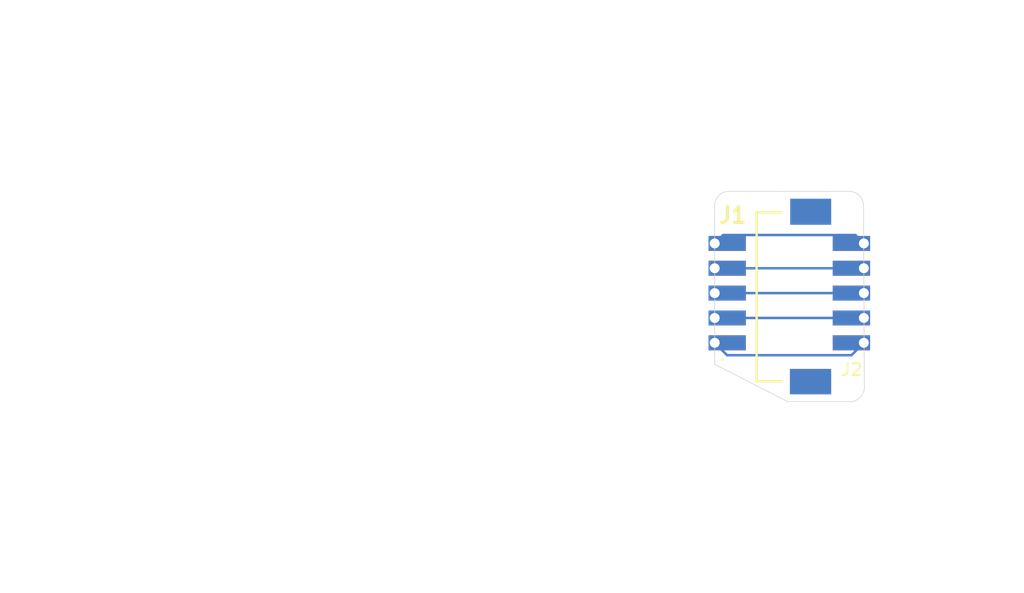
<source format=kicad_pcb>
(kicad_pcb (version 20240108) (generator "pcbnew") (generator_version "8.0")
  (layers (0 "F.Cu" signal) (31 "B.Cu" signal) (34 "B.Paste" user) (35 "F.Paste" user) (36 "B.SilkS" user "B.Silkscreen") (37 "F.SilkS" user "F.Silkscreen") (38 "B.Mask" user) (39 "F.Mask" user) (44 "Edge.Cuts" user))
  (net 0 "")
  (net 1 "Net-(J2-Pin_4)")
  (net 2 "Net-(J2-Pin_1)")
  (net 3 "Net-(J2-Pin_5)")
  (net 4 "Net-(J2-Pin_3)")
  (net 5 "Net-(J2-Pin_2)")
  (footprint "mirrormotor:2921735" (layer "F.Cu") (at 142.38 99.91 -90)
    (property "Reference" "J1" (at -6.57 3.05 0) (layer "F.SilkS") (effects (font (size 1.27 1.27) (thickness 0.254))))
    (property "Value" "292173-5" (hide yes))
    (fp_line (start 5.05 3.95) (end 5.05 3.95) (stroke (width 0.1)) (layer "F.SilkS"))
    (fp_line (start 5.05 3.85) (end 5.05 3.85) (stroke (width 0.1)) (layer "F.SilkS"))
    (fp_line (start -6.8 1.125) (end -6 1.125) (stroke (width 0.2)) (layer "F.SilkS"))
    (fp_line (start -6 1.125) (end 6 1.125) (stroke (width 0.2)) (layer "F.SilkS"))
    (fp_line (start 6 1.125) (end 6.8 1.125) (stroke (width 0.2)) (layer "F.SilkS"))
    (fp_line (start 6.8 1.125) (end 6.8 -0.875) (stroke (width 0.2)) (layer "F.SilkS"))
    (fp_line (start -6.8 -0.875) (end -6.8 1.125) (stroke (width 0.2)) (layer "F.SilkS"))
    (fp_arc (start 5.05 3.95) (mid 5 3.9) (end 5.05 3.85) (stroke (width 0.1)) (layer "F.SilkS"))
    (fp_arc (start 5.05 3.85) (mid 5.1 3.9) (end 5.05 3.95) (stroke (width 0.1)) (layer "F.SilkS"))
    (pad "" np_thru_hole circle (at -3.8 -3.225 270) (size 1.1 1.1) (drill 1.1) (layers "*.Cu" "*.Mask"))
    (pad "" np_thru_hole circle (at 3.8 -3.225 270) (size 1.1 1.1) (drill 1.1) (layers "*.Cu" "*.Mask"))
    (pad "1" thru_hole rect (at 3.7 4.5 270) (size 1.2 3) (drill 0.8 (offset 0 -1)) (property pad_prop_castellated) (layers "*.Cu" "*.Mask") (net 2 "Net-(J2-Pin_1)"))
    (pad "2" thru_hole rect (at 1.7 4.5 270) (size 1.2 3) (drill 0.8 (offset 0 -1)) (property pad_prop_castellated) (layers "*.Cu" "*.Mask") (net 5 "Net-(J2-Pin_2)"))
    (pad "3" thru_hole rect (at -0.3 4.5 270) (size 1.2 3) (drill 0.8 (offset 0 -1)) (property pad_prop_castellated) (layers "*.Cu" "*.Mask") (net 4 "Net-(J2-Pin_3)"))
    (pad "4" thru_hole rect (at -2.3 4.5 270) (size 1.2 3) (drill 0.8 (offset 0 -1)) (property pad_prop_castellated) (layers "*.Cu" "*.Mask") (net 1 "Net-(J2-Pin_4)"))
    (pad "5" thru_hole rect (at -4.3 4.5 270) (size 1.2 3) (drill 0.8 (offset 0 -1)) (property pad_prop_castellated) (layers "*.Cu" "*.Mask") (net 3 "Net-(J2-Pin_5)"))
    (pad "MP" smd rect (at -6.85 -3.225 270) (size 2.1 3.3) (layers "B.Cu" "B.Paste" "B.Mask"))
    (pad "MP" smd rect (at 6.825 -3.2125 270) (size 2.05 3.325) (layers "B.Cu" "B.Paste" "B.Mask"))
  )
  (footprint "mirrormotor:PinHeader_1x05_P2.00mm_Vertical" (layer "F.Cu") (at 149.885 103.61 180)
    (property "Reference" "J2" (at 0.985 -2.15 0) (layer "F.SilkS"))
    (property "Value" "Conn_01x05")
    (pad "1" thru_hole rect (at 0 0 90) (size 1.2 3) (drill 0.8 (offset 0 -1)) (property pad_prop_castellated) (layers "*.Cu" "*.Mask") (net 2 "Net-(J2-Pin_1)"))
    (pad "2" thru_hole rect (at 0 2 90) (size 1.2 3) (drill 0.8 (offset 0 -1)) (property pad_prop_castellated) (layers "*.Cu" "*.Mask") (net 5 "Net-(J2-Pin_2)"))
    (pad "3" thru_hole rect (at 0 4 90) (size 1.2 3) (drill 0.8 (offset 0 -1)) (property pad_prop_castellated) (layers "*.Cu" "*.Mask") (net 4 "Net-(J2-Pin_3)"))
    (pad "4" thru_hole rect (at 0 6 90) (size 1.2 3) (drill 0.8 (offset 0 -1)) (property pad_prop_castellated) (layers "*.Cu" "*.Mask") (net 1 "Net-(J2-Pin_4)"))
    (pad "5" thru_hole rect (at 0 8 90) (size 1.2 3) (drill 0.8 (offset 0 -1)) (property pad_prop_castellated) (layers "*.Cu" "*.Mask") (net 3 "Net-(J2-Pin_5)"))
  )
  (gr_arc (start 149.923544 107.194333) (mid 149.592464 108.002192) (end 148.78712 108.339385) (stroke (width 0.05)) (layer "Edge.Cuts"))
  (gr_line (start 149.86 92.56) (end 149.923544 107.194333) (stroke (width 0.05)) (layer "Edge.Cuts"))
  (gr_arc (start 148.714948 91.423576) (mid 149.522855 91.754627) (end 149.86 92.56) (stroke (width 0.05)) (layer "Edge.Cuts"))
  (gr_line (start 143.74 108.34) (end 148.78712 108.339385) (stroke (width 0.05)) (layer "Edge.Cuts"))
  (gr_arc (start 137.873576 92.565052) (mid 138.204647 91.757187) (end 139.01 91.42) (stroke (width 0.05)) (layer "Edge.Cuts"))
  (gr_line (start 139.01 91.42) (end 148.714948 91.423576) (stroke (width 0.05)) (layer "Edge.Cuts"))
  (gr_line (start 143.74 108.34) (end 137.88 105.34) (stroke (width 0.05)) (layer "Edge.Cuts"))
  (gr_line (start 137.873576 92.565052) (end 137.88 105.34) (stroke (width 0.05)) (layer "Edge.Cuts"))
  (segment (start 149.885 97.61) (end 137.88 97.61) (width 0.2) (layer "B.Cu") (net 1))
  (segment (start 148.885 104.61) (end 138.88 104.61) (width 0.2) (layer "B.Cu") (net 2))
  (segment (start 138.88 104.61) (end 137.88 103.61) (width 0.2) (layer "B.Cu") (net 2))
  (segment (start 149.885 103.61) (end 148.885 104.61) (width 0.2) (layer "B.Cu") (net 2))
  (segment (start 149.21 94.935) (end 138.555 94.935) (width 0.2) (layer "B.Cu") (net 3))
  (segment (start 149.885 95.61) (end 149.21 94.935) (width 0.2) (layer "B.Cu") (net 3))
  (segment (start 138.555 94.935) (end 137.88 95.61) (width 0.2) (layer "B.Cu") (net 3))
  (segment (start 149.885 99.61) (end 137.88 99.61) (width 0.2) (layer "B.Cu") (net 4))
  (segment (start 149.885 101.61) (end 137.88 101.61) (width 0.2) (layer "B.Cu") (net 5))
)
</source>
